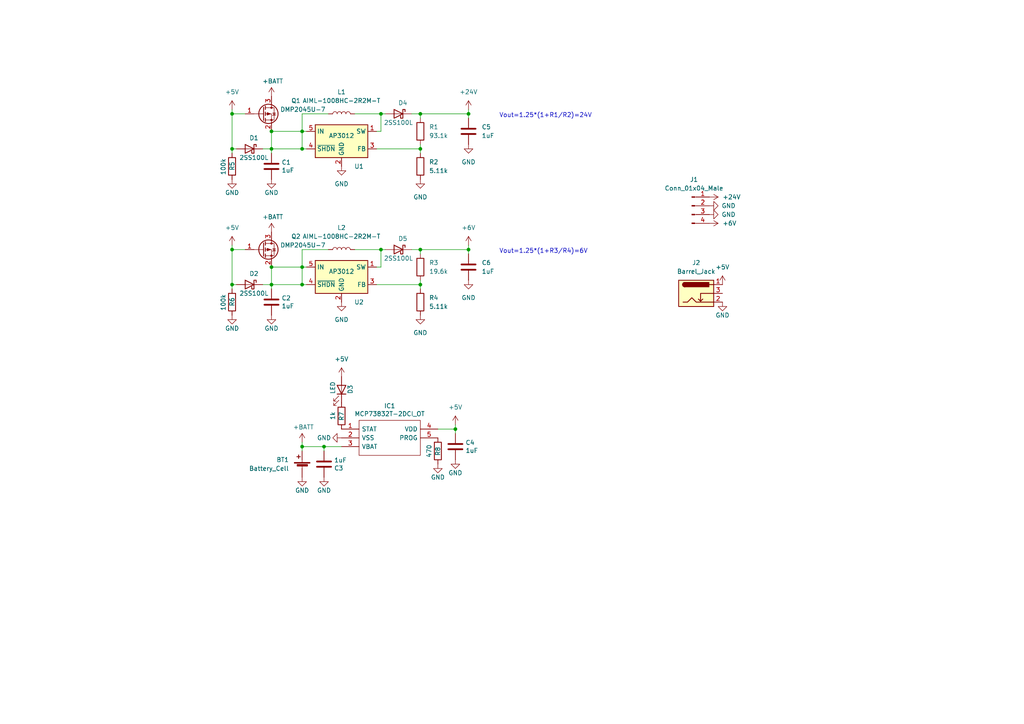
<source format=kicad_sch>
(kicad_sch (version 20211123) (generator eeschema)
  (paper "A4")
  (lib_symbols
    (symbol "ABPx_ESP32:MCP73832T-2DCI_OT" (pin_names (offset 0.762))
      (property "Reference" "IC" (at 24.13 7.62 0))
      (property "Value" "MCP73832T-2DCI_OT" (at 24.13 5.08 0))
      (symbol "MCP73832T-2DCI_OT_0_0"
        (pin passive line (at 0 0 0) (length 5.08) (name "STAT") (number "1"))
        (pin power_in line (at 0 -2.54 0) (length 5.08) (name "VSS") (number "2"))
        (pin passive line (at 0 -5.08 0) (length 5.08) (name "VBAT") (number "3"))
        (pin power_in line (at 27.94 0 180) (length 5.08) (name "VDD") (number "4"))
        (pin passive line (at 27.94 -2.54 180) (length 5.08) (name "PROG") (number "5"))
      )
      (symbol "MCP73832T-2DCI_OT_0_1"
        (polyline (pts (xy 5.08 2.54) (xy 22.86 2.54) (xy 22.86 -7.62) (xy 5.08 -7.62) (xy 5.08 2.54)) (stroke (width 0.1524)))
      )
    )
    (symbol "Connector:Barrel_Jack_Switch" (pin_names hide)
      (property "Reference" "J" (at 0 5.334 0))
      (property "Value" "Barrel_Jack_Switch" (at 0 -5.08 0))
      (symbol "Barrel_Jack_Switch_0_1"
        (rectangle (start -5.08 3.81) (end 5.08 -3.81) (stroke (width 0.254)) (fill (type background)))
        (arc (start -3.302 3.175) (mid -3.937 2.54) (end -3.302 1.905) (stroke (width 0.254)))
        (arc (start -3.302 3.175) (mid -3.937 2.54) (end -3.302 1.905) (stroke (width 0.254)) (fill (type outline)))
        (polyline (pts (xy 1.27 -2.286) (xy 1.905 -1.651)) (stroke (width 0.254)))
        (polyline (pts (xy 5.08 2.54) (xy 3.81 2.54)) (stroke (width 0.254)))
        (polyline (pts (xy 5.08 0) (xy 1.27 0) (xy 1.27 -2.286) (xy 0.635 -1.651)) (stroke (width 0.254)))
        (polyline (pts (xy -3.81 -2.54) (xy -2.54 -2.54) (xy -1.27 -1.27) (xy 0 -2.54) (xy 2.54 -2.54) (xy 5.08 -2.54)) (stroke (width 0.254)))
        (rectangle (start 3.683 3.175) (end -3.302 1.905) (stroke (width 0.254)) (fill (type outline)))
      )
      (symbol "Barrel_Jack_Switch_1_1"
        (pin passive line (at 7.62 2.54 180) (length 2.54) (name "~") (number "1"))
        (pin passive line (at 7.62 -2.54 180) (length 2.54) (name "~") (number "2"))
        (pin passive line (at 7.62 0 180) (length 2.54) (name "~") (number "3"))
      )
    )
    (symbol "Connector:Conn_01x04_Male" (pin_names (offset 1.016) hide)
      (property "Reference" "J" (at 0 5.08 0))
      (property "Value" "Conn_01x04_Male" (at 0 -7.62 0))
      (symbol "Conn_01x04_Male_1_1"
        (polyline (pts (xy 1.27 -5.08) (xy 0.8636 -5.08)) (stroke (width 0.1524)))
        (polyline (pts (xy 1.27 -2.54) (xy 0.8636 -2.54)) (stroke (width 0.1524)))
        (polyline (pts (xy 1.27 0) (xy 0.8636 0)) (stroke (width 0.1524)))
        (polyline (pts (xy 1.27 2.54) (xy 0.8636 2.54)) (stroke (width 0.1524)))
        (rectangle (start 0.8636 -4.953) (end 0 -5.207) (stroke (width 0.1524)) (fill (type outline)))
        (rectangle (start 0.8636 -2.413) (end 0 -2.667) (stroke (width 0.1524)) (fill (type outline)))
        (rectangle (start 0.8636 0.127) (end 0 -0.127) (stroke (width 0.1524)) (fill (type outline)))
        (rectangle (start 0.8636 2.667) (end 0 2.413) (stroke (width 0.1524)) (fill (type outline)))
        (pin passive line (at 5.08 2.54 180) (length 3.81) (name "Pin_1") (number "1"))
        (pin passive line (at 5.08 0 180) (length 3.81) (name "Pin_2") (number "2"))
        (pin passive line (at 5.08 -2.54 180) (length 3.81) (name "Pin_3") (number "3"))
        (pin passive line (at 5.08 -5.08 180) (length 3.81) (name "Pin_4") (number "4"))
      )
    )
    (symbol "Device:Battery_Cell" (pin_numbers hide) (pin_names (offset 0) hide)
      (property "Reference" "BT" (at 2.54 2.54 0))
      (property "Value" "Battery_Cell" (at 2.54 0 0))
      (symbol "Battery_Cell_0_1"
        (rectangle (start -2.286 1.778) (end 2.286 1.524) (fill (type outline)))
        (rectangle (start -1.5748 1.1938) (end 1.4732 0.6858) (fill (type outline)))
        (polyline (pts (xy 0 0.762) (xy 0 0)))
        (polyline (pts (xy 0 1.778) (xy 0 2.54)))
        (polyline (pts (xy 0.508 3.429) (xy 1.524 3.429)) (stroke (width 0.254)))
        (polyline (pts (xy 1.016 3.937) (xy 1.016 2.921)) (stroke (width 0.254)))
      )
      (symbol "Battery_Cell_1_1"
        (pin passive line (at 0 5.08 270) (length 2.54) (name "+") (number "1"))
        (pin passive line (at 0 -2.54 90) (length 2.54) (name "-") (number "2"))
      )
    )
    (symbol "Device:C" (pin_numbers hide) (pin_names (offset 0.254))
      (property "Reference" "C" (at 0.635 2.54 0))
      (property "Value" "C" (at 0.635 -2.54 0))
      (symbol "C_0_1"
        (polyline (pts (xy -2.032 -0.762) (xy 2.032 -0.762)) (stroke (width 0.508)))
        (polyline (pts (xy -2.032 0.762) (xy 2.032 0.762)) (stroke (width 0.508)))
      )
      (symbol "C_1_1"
        (pin passive line (at 0 3.81 270) (length 2.794) (name "~") (number "1"))
        (pin passive line (at 0 -3.81 90) (length 2.794) (name "~") (number "2"))
      )
    )
    (symbol "Device:D_Schottky" (pin_numbers hide) (pin_names (offset 1.016) hide)
      (property "Reference" "D" (at 0 2.54 0))
      (property "Value" "D_Schottky" (at 0 -2.54 0))
      (symbol "D_Schottky_0_1"
        (polyline (pts (xy 1.27 0) (xy -1.27 0)))
        (polyline (pts (xy 1.27 1.27) (xy 1.27 -1.27) (xy -1.27 0) (xy 1.27 1.27)) (stroke (width 0.254)))
        (polyline (pts (xy -1.905 0.635) (xy -1.905 1.27) (xy -1.27 1.27) (xy -1.27 -1.27) (xy -0.635 -1.27) (xy -0.635 -0.635)) (stroke (width 0.254)))
      )
      (symbol "D_Schottky_1_1"
        (pin passive line (at -3.81 0 0) (length 2.54) (name "K") (number "1"))
        (pin passive line (at 3.81 0 180) (length 2.54) (name "A") (number "2"))
      )
    )
    (symbol "Device:L" (pin_numbers hide) (pin_names (offset 1.016) hide)
      (property "Reference" "L" (at -1.27 0 90))
      (property "Value" "L" (at 1.905 0 90))
      (symbol "L_0_1"
        (arc (start 0 -2.54) (mid 0.635 -1.905) (end 0 -1.27))
        (arc (start 0 -1.27) (mid 0.635 -0.635) (end 0 0))
        (arc (start 0 0) (mid 0.635 0.635) (end 0 1.27))
        (arc (start 0 1.27) (mid 0.635 1.905) (end 0 2.54))
      )
      (symbol "L_1_1"
        (pin passive line (at 0 3.81 270) (length 1.27) (name "1") (number "1"))
        (pin passive line (at 0 -3.81 90) (length 1.27) (name "2") (number "2"))
      )
    )
    (symbol "Device:LED" (pin_numbers hide) (pin_names (offset 1.016) hide)
      (property "Reference" "D" (at 0 2.54 0))
      (property "Value" "LED" (at 0 -2.54 0))
      (symbol "LED_0_1"
        (polyline (pts (xy -1.27 -1.27) (xy -1.27 1.27)) (stroke (width 0.254)))
        (polyline (pts (xy -1.27 0) (xy 1.27 0)))
        (polyline (pts (xy 1.27 -1.27) (xy 1.27 1.27) (xy -1.27 0) (xy 1.27 -1.27)) (stroke (width 0.254)))
        (polyline (pts (xy -3.048 -0.762) (xy -4.572 -2.286) (xy -3.81 -2.286) (xy -4.572 -2.286) (xy -4.572 -1.524)))
        (polyline (pts (xy -1.778 -0.762) (xy -3.302 -2.286) (xy -2.54 -2.286) (xy -3.302 -2.286) (xy -3.302 -1.524)))
      )
      (symbol "LED_1_1"
        (pin passive line (at -3.81 0 0) (length 2.54) (name "K") (number "1"))
        (pin passive line (at 3.81 0 180) (length 2.54) (name "A") (number "2"))
      )
    )
    (symbol "Device:R" (pin_numbers hide) (pin_names (offset 0))
      (property "Reference" "R" (at 2.032 0 90))
      (property "Value" "R" (at 0 0 90))
      (symbol "R_0_1"
        (rectangle (start -1.016 -2.54) (end 1.016 2.54) (stroke (width 0.254)))
      )
      (symbol "R_1_1"
        (pin passive line (at 0 3.81 270) (length 1.27) (name "~") (number "1"))
        (pin passive line (at 0 -3.81 90) (length 1.27) (name "~") (number "2"))
      )
    )
    (symbol "Regulator_Switching:AP3012"
      (property "Reference" "U" (at -7.62 5.715 0))
      (property "Value" "AP3012" (at 0 5.715 0))
      (symbol "AP3012_0_1"
        (rectangle (start -7.62 4.445) (end 7.62 -5.08) (stroke (width 0.254)) (fill (type background)))
      )
      (symbol "AP3012_1_1"
        (pin passive line (at 10.16 2.54 180) (length 2.54) (name "SW") (number "1"))
        (pin power_in line (at 0 -7.62 90) (length 2.54) (name "GND") (number "2"))
        (pin input line (at 10.16 -2.54 180) (length 2.54) (name "FB") (number "3"))
        (pin input line (at -10.16 -2.54 0) (length 2.54) (name "~{SHDN}") (number "4"))
        (pin power_in line (at -10.16 2.54 0) (length 2.54) (name "IN") (number "5"))
      )
    )
    (symbol "Transistor_FET:DMG2301L" (pin_names hide)
      (property "Reference" "Q" (at 5.08 1.905 0))
      (property "Value" "DMG2301L" (at 5.08 0 0))
      (symbol "DMG2301L_0_1"
        (polyline (pts (xy 0.254 0) (xy -2.54 0)))
        (polyline (pts (xy 0.254 1.905) (xy 0.254 -1.905)) (stroke (width 0.254)))
        (polyline (pts (xy 0.762 -1.27) (xy 0.762 -2.286)) (stroke (width 0.254)))
        (polyline (pts (xy 0.762 0.508) (xy 0.762 -0.508)) (stroke (width 0.254)))
        (polyline (pts (xy 0.762 2.286) (xy 0.762 1.27)) (stroke (width 0.254)))
        (polyline (pts (xy 2.54 2.54) (xy 2.54 1.778)))
        (polyline (pts (xy 2.54 -2.54) (xy 2.54 0) (xy 0.762 0)))
        (polyline (pts (xy 0.762 1.778) (xy 3.302 1.778) (xy 3.302 -1.778) (xy 0.762 -1.778)))
        (polyline (pts (xy 2.286 0) (xy 1.27 0.381) (xy 1.27 -0.381) (xy 2.286 0)) (fill (type outline)))
        (polyline (pts (xy 2.794 -0.508) (xy 2.921 -0.381) (xy 3.683 -0.381) (xy 3.81 -0.254)))
        (polyline (pts (xy 3.302 -0.381) (xy 2.921 0.254) (xy 3.683 0.254) (xy 3.302 -0.381)))
        (circle (center 1.651 0) (radius 2.794) (stroke (width 0.254)))
        (circle (center 2.54 -1.778) (radius 0.254) (fill (type outline)))
        (circle (center 2.54 1.778) (radius 0.254) (fill (type outline)))
      )
      (symbol "DMG2301L_1_1"
        (pin input line (at -5.08 0 0) (length 2.54) (name "G") (number "1"))
        (pin passive line (at 2.54 -5.08 90) (length 2.54) (name "S") (number "2"))
        (pin passive line (at 2.54 5.08 270) (length 2.54) (name "D") (number "3"))
      )
    )
    (symbol "power:+24V" (power) (pin_names (offset 0))
      (property "Value" "+24V" (at 0 3.556 0))
      (symbol "+24V_0_1"
        (polyline (pts (xy -0.762 1.27) (xy 0 2.54)))
        (polyline (pts (xy 0 0) (xy 0 2.54)))
        (polyline (pts (xy 0 2.54) (xy 0.762 1.27)))
      )
      (symbol "+24V_1_1"
        (pin power_in line (at 0 0 90) (length 0) hide (name "+24V") (number "1"))
      )
    )
    (symbol "power:+5V" (power) (pin_names (offset 0))
      (property "Value" "+5V" (at 0 3.556 0))
      (symbol "+5V_0_1"
        (polyline (pts (xy -0.762 1.27) (xy 0 2.54)))
        (polyline (pts (xy 0 0) (xy 0 2.54)))
        (polyline (pts (xy 0 2.54) (xy 0.762 1.27)))
      )
      (symbol "+5V_1_1"
        (pin power_in line (at 0 0 90) (length 0) hide (name "+5V") (number "1"))
      )
    )
    (symbol "power:+6V" (power) (pin_names (offset 0))
      (property "Value" "+6V" (at 0 3.556 0))
      (symbol "+6V_0_1"
        (polyline (pts (xy -0.762 1.27) (xy 0 2.54)))
        (polyline (pts (xy 0 0) (xy 0 2.54)))
        (polyline (pts (xy 0 2.54) (xy 0.762 1.27)))
      )
      (symbol "+6V_1_1"
        (pin power_in line (at 0 0 90) (length 0) hide (name "+6V") (number "1"))
      )
    )
    (symbol "power:+BATT" (power) (pin_names (offset 0))
      (property "Value" "+BATT" (at 0 3.556 0))
      (symbol "+BATT_0_1"
        (polyline (pts (xy -0.762 1.27) (xy 0 2.54)))
        (polyline (pts (xy 0 0) (xy 0 2.54)))
        (polyline (pts (xy 0 2.54) (xy 0.762 1.27)))
      )
      (symbol "+BATT_1_1"
        (pin power_in line (at 0 0 90) (length 0) hide (name "+BATT") (number "1"))
      )
    )
    (symbol "power:GND" (power) (pin_names (offset 0))
      (property "Value" "GND" (at 0 -3.81 0))
      (symbol "GND_0_1"
        (polyline (pts (xy 0 0) (xy 0 -1.27) (xy 1.27 -1.27) (xy 0 -2.54) (xy -1.27 -1.27) (xy 0 -1.27)))
      )
      (symbol "GND_1_1"
        (pin power_in line (at 0 0 270) (length 0) hide (name "GND") (number "1"))
      )
    )
  )
  (junction (at 87.63 43.18))
  (junction (at 67.31 43.18))
  (junction (at 121.92 33.02))
  (junction (at 87.63 82.55))
  (junction (at 78.74 77.47))
  (junction (at 87.63 38.1))
  (junction (at 78.74 82.55))
  (junction (at 87.63 129.54))
  (junction (at 87.63 77.47))
  (junction (at 67.31 82.55))
  (junction (at 121.92 82.55))
  (junction (at 93.98 129.54))
  (junction (at 121.92 72.39))
  (junction (at 132.08 124.46))
  (junction (at 67.31 33.02))
  (junction (at 135.89 72.39))
  (junction (at 78.74 43.18))
  (junction (at 135.89 33.02))
  (junction (at 121.92 43.18))
  (junction (at 78.74 38.1))
  (junction (at 110.49 72.39))
  (junction (at 67.31 72.39))
  (junction (at 110.49 33.02))
  (wire (pts (xy 87.63 82.55) (xy 88.9 82.55)))
  (wire (pts (xy 121.92 82.55) (xy 121.92 83.82)))
  (wire (pts (xy 109.22 43.18) (xy 121.92 43.18)))
  (wire (pts (xy 121.92 33.02) (xy 135.89 33.02)))
  (wire (pts (xy 132.08 123.19) (xy 132.08 124.46)))
  (wire (pts (xy 93.98 130.81) (xy 93.98 129.54)))
  (wire (pts (xy 67.31 72.39) (xy 67.31 82.55)))
  (wire (pts (xy 121.92 43.18) (xy 121.92 44.45)))
  (wire (pts (xy 87.63 33.02) (xy 87.63 38.1)))
  (wire (pts (xy 93.98 129.54) (xy 99.06 129.54)))
  (wire (pts (xy 110.49 72.39) (xy 110.49 77.47)))
  (wire (pts (xy 87.63 129.54) (xy 87.63 130.81)))
  (wire (pts (xy 68.58 82.55) (xy 67.31 82.55)))
  (wire (pts (xy 135.89 72.39) (xy 135.89 73.66)))
  (wire (pts (xy 67.31 71.12) (xy 67.31 72.39)))
  (wire (pts (xy 109.22 82.55) (xy 121.92 82.55)))
  (wire (pts (xy 87.63 128.27) (xy 87.63 129.54)))
  (wire (pts (xy 67.31 31.75) (xy 67.31 33.02)))
  (wire (pts (xy 121.92 72.39) (xy 121.92 73.66)))
  (wire (pts (xy 87.63 77.47) (xy 88.9 77.47)))
  (wire (pts (xy 102.87 72.39) (xy 110.49 72.39)))
  (wire (pts (xy 109.22 38.1) (xy 110.49 38.1)))
  (wire (pts (xy 109.22 77.47) (xy 110.49 77.47)))
  (wire (pts (xy 135.89 33.02) (xy 135.89 34.29)))
  (wire (pts (xy 95.25 72.39) (xy 87.63 72.39)))
  (wire (pts (xy 121.92 82.55) (xy 121.92 81.28)))
  (wire (pts (xy 135.89 71.12) (xy 135.89 72.39)))
  (wire (pts (xy 87.63 38.1) (xy 87.63 43.18)))
  (wire (pts (xy 110.49 72.39) (xy 111.76 72.39)))
  (wire (pts (xy 67.31 33.02) (xy 67.31 43.18)))
  (wire (pts (xy 67.31 72.39) (xy 71.12 72.39)))
  (wire (pts (xy 67.31 43.18) (xy 67.31 44.45)))
  (wire (pts (xy 78.74 77.47) (xy 78.74 82.55)))
  (wire (pts (xy 87.63 43.18) (xy 78.74 43.18)))
  (wire (pts (xy 87.63 38.1) (xy 88.9 38.1)))
  (wire (pts (xy 132.08 124.46) (xy 132.08 125.73)))
  (wire (pts (xy 67.31 33.02) (xy 71.12 33.02)))
  (wire (pts (xy 78.74 77.47) (xy 87.63 77.47)))
  (wire (pts (xy 95.25 33.02) (xy 87.63 33.02)))
  (wire (pts (xy 87.63 43.18) (xy 88.9 43.18)))
  (wire (pts (xy 87.63 77.47) (xy 87.63 82.55)))
  (wire (pts (xy 76.2 43.18) (xy 78.74 43.18)))
  (wire (pts (xy 87.63 129.54) (xy 93.98 129.54)))
  (wire (pts (xy 110.49 33.02) (xy 111.76 33.02)))
  (wire (pts (xy 76.2 82.55) (xy 78.74 82.55)))
  (wire (pts (xy 68.58 43.18) (xy 67.31 43.18)))
  (wire (pts (xy 119.38 72.39) (xy 121.92 72.39)))
  (wire (pts (xy 78.74 38.1) (xy 87.63 38.1)))
  (wire (pts (xy 78.74 43.18) (xy 78.74 44.45)))
  (wire (pts (xy 78.74 82.55) (xy 78.74 83.82)))
  (wire (pts (xy 121.92 33.02) (xy 121.92 34.29)))
  (wire (pts (xy 87.63 82.55) (xy 78.74 82.55)))
  (wire (pts (xy 135.89 31.75) (xy 135.89 33.02)))
  (wire (pts (xy 110.49 33.02) (xy 110.49 38.1)))
  (wire (pts (xy 87.63 72.39) (xy 87.63 77.47)))
  (wire (pts (xy 78.74 38.1) (xy 78.74 43.18)))
  (wire (pts (xy 121.92 72.39) (xy 135.89 72.39)))
  (wire (pts (xy 127 124.46) (xy 132.08 124.46)))
  (wire (pts (xy 119.38 33.02) (xy 121.92 33.02)))
  (wire (pts (xy 121.92 43.18) (xy 121.92 41.91)))
  (wire (pts (xy 102.87 33.02) (xy 110.49 33.02)))
  (wire (pts (xy 67.31 82.55) (xy 67.31 83.82)))
  (text "Vout=1.25*(1+R3/R4)=6V" (at 144.78 73.66 0) (effects (font (size 1.27 1.27)) (justify left bottom)))
  (text "Vout=1.25*(1+R1/R2)=24V" (at 144.78 34.29 0) (effects (font (size 1.27 1.27)) (justify left bottom)))
  (symbol (lib_id "power:GND") (at 135.89 41.91 0) (unit 1)
    (property "Reference" "#PWR0110" (effects hide))
    (property "Value" "GND" (at 135.89 46.99 0))
  )
  (symbol (lib_id "power:GND") (at 67.31 52.07 0) (mirror y) (unit 1)
    (property "Reference" "#PWR0112" (effects hide))
    (property "Value" "GND" (at 67.31 55.88 0))
  )
  (symbol (lib_id "Device:R") (at 127 130.81 180) (unit 1)
    (property "Reference" "R8" (at 127 129.54 90) (effects (justify left)))
    (property "Value" "470" (at 124.46 128.905 90) (effects (justify left)))
    (property "Footprint" "Resistor_SMD:R_0603_1608Metric" (effects hide))
  )
  (symbol (lib_id "power:+BATT") (at 87.63 128.27 0) (unit 1)
    (property "Reference" "#PWR0122" (effects hide))
    (property "Value" "+BATT" (at 88.011 123.8758 0))
  )
  (symbol (lib_id "power:GND") (at 87.63 138.43 0) (mirror y) (unit 1)
    (property "Reference" "#PWR0123" (effects hide))
    (property "Value" "GND" (at 87.63 142.24 0))
  )
  (symbol (lib_id "power:GND") (at 127 134.62 0) (mirror y) (unit 1)
    (property "Reference" "#PWR0116" (effects hide))
    (property "Value" "GND" (at 127 138.43 0))
  )
  (symbol (lib_id "Transistor_FET:DMG2301L") (at 76.2 33.02 0) (unit 1)
    (property "Reference" "Q1" (at 84.455 29.21 0) (effects (justify left)))
    (property "Value" "DMP2045U-7" (at 81.28 31.75 0) (effects (justify left)))
    (property "Footprint" "Package_TO_SOT_SMD:SOT-23" (effects hide))
    (property "Datasheet" "https://www.diodes.com/assets/Datasheets/DMG2301L.pdf" (effects hide))
  )
  (symbol (lib_id "power:GND") (at 99.06 48.26 0) (unit 1)
    (property "Reference" "#PWR0130" (effects hide))
    (property "Value" "GND" (at 99.06 53.34 0))
  )
  (symbol (lib_id "power:+5V") (at 132.08 123.19 0) (unit 1)
    (property "Reference" "#PWR0118" (effects hide))
    (property "Value" "+5V" (at 132.08 118.11 0))
  )
  (symbol (lib_id "Device:R") (at 121.92 48.26 0) (unit 1)
    (property "Reference" "R2" (at 124.46 46.9899 0) (effects (justify left)))
    (property "Value" "5.11k" (at 124.46 49.5299 0) (effects (justify left)))
    (property "Footprint" "Resistor_SMD:R_0603_1608Metric" (effects hide))
  )
  (symbol (lib_id "Device:R") (at 99.06 120.65 180) (unit 1)
    (property "Reference" "R7" (at 99.06 119.38 90) (effects (justify left)))
    (property "Value" "1k" (at 96.52 119.38 90) (effects (justify left)))
    (property "Footprint" "Resistor_SMD:R_0603_1608Metric" (effects hide))
  )
  (symbol (lib_id "Device:R") (at 67.31 87.63 0) (mirror y) (unit 1)
    (property "Reference" "R6" (at 67.31 88.9 90) (effects (justify left)))
    (property "Value" "100k" (at 64.77 90.17 90) (effects (justify left)))
    (property "Footprint" "Resistor_SMD:R_0603_1608Metric" (effects hide))
  )
  (symbol (lib_id "power:GND") (at 67.31 91.44 0) (mirror y) (unit 1)
    (property "Reference" "#PWR0124" (effects hide))
    (property "Value" "GND" (at 67.31 95.25 0))
  )
  (symbol (lib_id "power:+24V") (at 135.89 31.75 0) (unit 1)
    (property "Reference" "#PWR0101" (effects hide))
    (property "Value" "+24V" (at 135.89 26.67 0))
  )
  (symbol (lib_id "power:+5V") (at 209.55 82.55 0) (unit 1)
    (property "Reference" "#PWR0109" (effects hide))
    (property "Value" "+5V" (at 209.55 77.47 0))
  )
  (symbol (lib_id "power:GND") (at 121.92 52.07 0) (unit 1)
    (property "Reference" "#PWR0111" (effects hide))
    (property "Value" "GND" (at 121.92 57.15 0))
  )
  (symbol (lib_id "power:GND") (at 78.74 52.07 0) (unit 1)
    (property "Reference" "#PWR0113" (effects hide))
    (property "Value" "GND" (at 78.74 55.88 0))
  )
  (symbol (lib_id "Device:D_Schottky") (at 72.39 82.55 0) (mirror y) (unit 1)
    (property "Reference" "D2" (at 73.66 79.375 0))
    (property "Value" "2SS100L" (at 73.66 85.09 0))
    (property "Footprint" "Diode_SMD:D_SOD-123F" (effects hide))
    (property "Datasheet" "https://www.rectron.com/public/product_datasheets/2ss100l.pdf" (effects hide))
  )
  (symbol (lib_id "Device:L") (at 99.06 72.39 90) (unit 1)
    (property "Reference" "L2" (at 99.06 66.04 90))
    (property "Value" "AIML-1008HC-2R2M-T" (at 99.06 68.58 90))
    (property "Footprint" "Inductor_SMD:L_1008_2520Metric" (effects hide))
    (property "Datasheet" "https://abracon.com/Magnetics/inductors/AIML-1008HC.pdf" (effects hide))
  )
  (symbol (lib_id "power:+5V") (at 67.31 71.12 0) (unit 1)
    (property "Reference" "#PWR0127" (effects hide))
    (property "Value" "+5V" (at 67.31 66.04 0))
  )
  (symbol (lib_id "Connector:Barrel_Jack_Switch") (at 201.93 85.09 0) (unit 1)
    (property "Reference" "J2" (at 201.93 76.2 0))
    (property "Value" "Barrel_Jack" (at 201.93 78.74 0))
    (property "Footprint" "Connector_BarrelJack:BarrelJack_Horizontal" (effects hide))
  )
  (symbol (lib_id "Device:R") (at 67.31 48.26 0) (mirror y) (unit 1)
    (property "Reference" "R5" (at 67.31 49.53 90) (effects (justify left)))
    (property "Value" "100k" (at 64.77 50.8 90) (effects (justify left)))
    (property "Footprint" "Resistor_SMD:R_0603_1608Metric" (effects hide))
  )
  (symbol (lib_id "Device:C") (at 135.89 77.47 0) (unit 1)
    (property "Reference" "C6" (at 139.7 76.1999 0) (effects (justify left)))
    (property "Value" "1uF" (at 139.7 78.7399 0) (effects (justify left)))
    (property "Footprint" "Capacitor_SMD:C_0603_1608Metric" (effects hide))
  )
  (symbol (lib_id "Regulator_Switching:AP3012") (at 99.06 40.64 0) (unit 1)
    (property "Reference" "U1" (at 104.14 48.26 0))
    (property "Value" "AP3012" (at 99.06 39.37 0))
    (property "Footprint" "Package_TO_SOT_SMD:SOT-23-5" (effects hide))
    (property "Datasheet" "https://www.diodes.com/assets/Datasheets/AP3012.pdf" (effects hide))
  )
  (symbol (lib_id "Device:C") (at 135.89 38.1 0) (unit 1)
    (property "Reference" "C5" (at 139.7 36.8299 0) (effects (justify left)))
    (property "Value" "1uF" (at 139.7 39.3699 0) (effects (justify left)))
    (property "Footprint" "Capacitor_SMD:C_0603_1608Metric" (effects hide))
  )
  (symbol (lib_id "power:GND") (at 135.89 81.28 0) (unit 1)
    (property "Reference" "#PWR0102" (effects hide))
    (property "Value" "GND" (at 135.89 86.36 0))
  )
  (symbol (lib_id "Device:Battery_Cell") (at 87.63 135.89 0) (mirror y) (unit 1)
    (property "Reference" "BT1" (at 83.82 133.35 0) (effects (justify left)))
    (property "Value" "Battery_Cell" (at 83.82 135.89 0) (effects (justify left)))
    (property "Footprint" "Connector_PinHeader_2.54mm:PinHeader_1x02_P2.54mm_Horizontal" (effects hide))
  )
  (symbol (lib_id "power:+5V") (at 99.06 109.22 0) (unit 1)
    (property "Reference" "#PWR0120" (effects hide))
    (property "Value" "+5V" (at 99.06 104.14 0))
  )
  (symbol (lib_id "Device:C") (at 132.08 129.54 0) (unit 1)
    (property "Reference" "C4" (at 135.001 128.3716 0) (effects (justify left)))
    (property "Value" "1uF" (at 135.001 130.683 0) (effects (justify left)))
    (property "Footprint" "Capacitor_SMD:C_0603_1608Metric" (effects hide))
  )
  (symbol (lib_id "Connector:Conn_01x04_Male") (at 200.66 59.69 0) (unit 1)
    (property "Reference" "J1" (at 201.295 52.07 0))
    (property "Value" "Conn_01x04_Male" (at 201.295 54.61 0))
    (property "Footprint" "Library:EdgePins_4_5mm" (effects hide))
  )
  (symbol (lib_id "Transistor_FET:DMG2301L") (at 76.2 72.39 0) (unit 1)
    (property "Reference" "Q2" (at 84.455 68.58 0) (effects (justify left)))
    (property "Value" "DMP2045U-7" (at 81.28 71.12 0) (effects (justify left)))
    (property "Footprint" "Package_TO_SOT_SMD:SOT-23" (effects hide))
    (property "Datasheet" "https://www.diodes.com/assets/Datasheets/DMG2301L.pdf" (effects hide))
  )
  (symbol (lib_id "power:GND") (at 132.08 133.35 0) (unit 1)
    (property "Reference" "#PWR0117" (effects hide))
    (property "Value" "GND" (at 132.08 137.16 0))
  )
  (symbol (lib_id "Regulator_Switching:AP3012") (at 99.06 80.01 0) (unit 1)
    (property "Reference" "U2" (at 104.14 87.63 0))
    (property "Value" "AP3012" (at 99.06 78.74 0))
    (property "Footprint" "Package_TO_SOT_SMD:SOT-23-5" (effects hide))
    (property "Datasheet" "https://www.diodes.com/assets/Datasheets/AP3012.pdf" (effects hide))
  )
  (symbol (lib_id "power:GND") (at 205.74 62.23 90) (unit 1)
    (property "Reference" "#PWR0106" (effects hide))
    (property "Value" "GND" (at 213.36 62.23 90) (effects (justify left)))
  )
  (symbol (lib_id "power:GND") (at 93.98 138.43 0) (mirror y) (unit 1)
    (property "Reference" "#PWR0119" (effects hide))
    (property "Value" "GND" (at 93.98 142.24 0))
  )
  (symbol (lib_id "Device:R") (at 121.92 77.47 0) (unit 1)
    (property "Reference" "R3" (at 124.46 76.1999 0) (effects (justify left)))
    (property "Value" "19.6k" (at 124.46 78.7399 0) (effects (justify left)))
    (property "Footprint" "Resistor_SMD:R_0603_1608Metric" (effects hide))
  )
  (symbol (lib_id "power:GND") (at 209.55 87.63 0) (mirror y) (unit 1)
    (property "Reference" "#PWR0108" (effects hide))
    (property "Value" "GND" (at 209.55 91.44 0))
  )
  (symbol (lib_id "Device:D_Schottky") (at 115.57 33.02 0) (mirror y) (unit 1)
    (property "Reference" "D4" (at 116.84 29.845 0))
    (property "Value" "2SS100L" (at 115.57 35.56 0))
    (property "Footprint" "Diode_SMD:D_SOD-123F" (effects hide))
    (property "Datasheet" "https://www.rectron.com/public/product_datasheets/2ss100l.pdf" (effects hide))
  )
  (symbol (lib_id "Device:L") (at 99.06 33.02 90) (unit 1)
    (property "Reference" "L1" (at 99.06 26.67 90))
    (property "Value" "AIML-1008HC-2R2M-T" (at 99.06 29.21 90))
    (property "Footprint" "Inductor_SMD:L_1008_2520Metric" (effects hide))
    (property "Datasheet" "https://abracon.com/Magnetics/inductors/AIML-1008HC.pdf" (effects hide))
  )
  (symbol (lib_id "power:GND") (at 99.06 127 270) (mirror x) (unit 1)
    (property "Reference" "#PWR0121" (effects hide))
    (property "Value" "GND" (at 93.98 127 90))
  )
  (symbol (lib_id "power:+24V") (at 205.74 57.15 270) (unit 1)
    (property "Reference" "#PWR0107" (effects hide))
    (property "Value" "+24V" (at 209.55 57.1499 90) (effects (justify left)))
  )
  (symbol (lib_id "power:+BATT") (at 78.74 67.31 0) (unit 1)
    (property "Reference" "#PWR0115" (effects hide))
    (property "Value" "+BATT" (at 79.121 62.9158 0))
  )
  (symbol (lib_id "Device:R") (at 121.92 38.1 0) (unit 1)
    (property "Reference" "R1" (at 124.46 36.8299 0) (effects (justify left)))
    (property "Value" "93.1k" (at 124.46 39.3699 0) (effects (justify left)))
    (property "Footprint" "Resistor_SMD:R_0603_1608Metric" (effects hide))
  )
  (symbol (lib_id "power:GND") (at 205.74 59.69 90) (unit 1)
    (property "Reference" "#PWR0104" (effects hide))
    (property "Value" "GND" (at 213.36 59.69 90) (effects (justify left)))
  )
  (symbol (lib_id "Device:D_Schottky") (at 115.57 72.39 0) (mirror y) (unit 1)
    (property "Reference" "D5" (at 116.84 69.215 0))
    (property "Value" "2SS100L" (at 115.57 74.93 0))
    (property "Footprint" "Diode_SMD:D_SOD-123F" (effects hide))
    (property "Datasheet" "https://www.rectron.com/public/product_datasheets/2ss100l.pdf" (effects hide))
  )
  (symbol (lib_id "Device:C") (at 78.74 87.63 0) (unit 1)
    (property "Reference" "C2" (at 81.661 86.4616 0) (effects (justify left)))
    (property "Value" "1uF" (at 81.661 88.773 0) (effects (justify left)))
    (property "Footprint" "Capacitor_SMD:C_0603_1608Metric" (effects hide))
  )
  (symbol (lib_id "power:GND") (at 121.92 91.44 0) (unit 1)
    (property "Reference" "#PWR0128" (effects hide))
    (property "Value" "GND" (at 121.92 96.52 0))
  )
  (symbol (lib_id "ABPx_ESP32:MCP73832T-2DCI_OT") (at 99.06 124.46 0) (unit 1)
    (property "Reference" "IC1" (at 113.03 117.729 0))
    (property "Value" "MCP73832T-2DCI_OT" (at 113.03 120.0404 0))
    (property "Footprint" "Package_TO_SOT_SMD:SOT-23-5" (effects hide))
    (property "Datasheet" "http://ww1.microchip.com/downloads/en/DeviceDoc/20001984g.pdf" (effects hide))
    (property "Description" "Microchip MCP73832T-2DCI/OT, Battery Charger Lithium-Ion/Polymer, 500mA, 5-pin SOT-23" (effects hide))
    (property "Height" "1.45" (effects hide))
    (property "Mouser Part Number" "579-MCP73832T-2DCIOT" (effects hide))
    (property "Mouser Price/Stock" "https://www.mouser.co.uk/ProductDetail/Microchip-Technology/MCP73832T-2DCI-OT?qs=yUQqVecv4quyMtCX903Btw%3D%3D" (effects hide))
    (property "Manufacturer_Name" "Microchip" (effects hide))
    (property "Manufacturer_Part_Number" "MCP73832T-2DCI/OT" (effects hide))
  )
  (symbol (lib_id "power:+5V") (at 67.31 31.75 0) (unit 1)
    (property "Reference" "#PWR0114" (effects hide))
    (property "Value" "+5V" (at 67.31 26.67 0))
  )
  (symbol (lib_id "Device:LED") (at 99.06 113.03 270) (mirror x) (unit 1)
    (property "Reference" "D3" (at 101.6 114.3 0) (effects (justify left)))
    (property "Value" "LED" (at 96.52 114.3 0) (effects (justify left)))
    (property "Footprint" "Connector_PinHeader_2.54mm:PinHeader_1x02_P2.54mm_Horizontal" (effects hide))
  )
  (symbol (lib_id "power:+BATT") (at 78.74 27.94 0) (unit 1)
    (property "Reference" "#PWR0129" (effects hide))
    (property "Value" "+BATT" (at 79.121 23.5458 0))
  )
  (symbol (lib_id "Device:R") (at 121.92 87.63 0) (unit 1)
    (property "Reference" "R4" (at 124.46 86.3599 0) (effects (justify left)))
    (property "Value" "5.11k" (at 124.46 88.8999 0) (effects (justify left)))
    (property "Footprint" "Resistor_SMD:R_0603_1608Metric" (effects hide))
  )
  (symbol (lib_id "Device:D_Schottky") (at 72.39 43.18 0) (mirror y) (unit 1)
    (property "Reference" "D1" (at 73.66 40.005 0))
    (property "Value" "2SS100L" (at 73.66 45.72 0))
    (property "Footprint" "Diode_SMD:D_SOD-123F" (effects hide))
    (property "Datasheet" "https://www.rectron.com/public/product_datasheets/2ss100l.pdf" (effects hide))
  )
  (symbol (lib_id "power:+6V") (at 135.89 71.12 0) (unit 1)
    (property "Reference" "#PWR0103" (effects hide))
    (property "Value" "+6V" (at 135.89 66.04 0))
  )
  (symbol (lib_id "power:GND") (at 99.06 87.63 0) (unit 1)
    (property "Reference" "#PWR0126" (effects hide))
    (property "Value" "GND" (at 99.06 92.71 0))
  )
  (symbol (lib_id "Device:C") (at 93.98 134.62 0) (mirror x) (unit 1)
    (property "Reference" "C3" (at 96.901 135.7884 0) (effects (justify left)))
    (property "Value" "1uF" (at 96.901 133.477 0) (effects (justify left)))
    (property "Footprint" "Capacitor_SMD:C_0603_1608Metric" (effects hide))
  )
  (symbol (lib_id "power:+6V") (at 205.74 64.77 270) (unit 1)
    (property "Reference" "#PWR0105" (effects hide))
    (property "Value" "+6V" (at 209.55 64.7699 90) (effects (justify left)))
  )
  (symbol (lib_id "power:GND") (at 78.74 91.44 0) (unit 1)
    (property "Reference" "#PWR0125" (effects hide))
    (property "Value" "GND" (at 78.74 95.25 0))
  )
  (symbol (lib_id "Device:C") (at 78.74 48.26 0) (unit 1)
    (property "Reference" "C1" (at 81.661 47.0916 0) (effects (justify left)))
    (property "Value" "1uF" (at 81.661 49.403 0) (effects (justify left)))
    (property "Footprint" "Capacitor_SMD:C_0603_1608Metric" (effects hide))
  )
)
</source>
